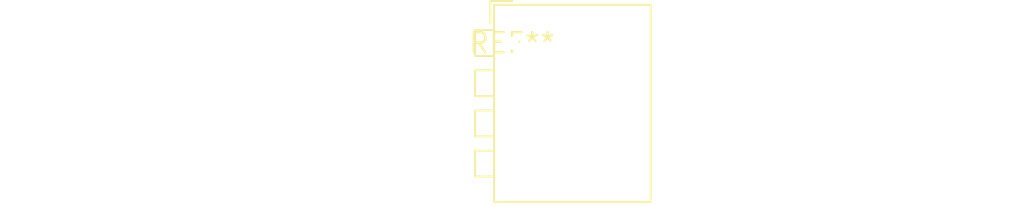
<source format=kicad_pcb>
(kicad_pcb (version 20240108) (generator pcbnew)
  (layers (0 "F.Cu" signal) (31 "B.Cu" signal) (34 "B.Paste" user) (35 "F.Paste" user) (36 "B.SilkS" user "B.Silkscreen") (37 "F.SilkS" user "F.Silkscreen") (38 "B.Mask" user) (39 "F.Mask" user) (44 "Edge.Cuts" user))
  (net 0 "")
  (footprint "SW_DIP_SPSTx04_Piano_CTS_Series194-4MSTN_W7.62mm_P2.54mm" (layer "F.Cu") (at 0 0)
    (property "Reference" "REF**")
    (property "Value" "SW_DIP_SPSTx04_Piano_CTS_Series194-4MSTN_W7.62mm_P2.54mm")
    (fp_line (start -2.34 -0.82) (end -2.34 0.82) (layer "F.SilkS") (stroke (width 0.12)))
    (fp_line (start -2.34 -0.82) (end -1.14 -0.82) (layer "F.SilkS") (stroke (width 0.12)))
    (fp_line (start -2.34 0.82) (end -1.14 0.82) (layer "F.SilkS") (stroke (width 0.12)))
    (fp_line (start -2.34 1.72) (end -2.34 3.361) (layer "F.SilkS") (stroke (width 0.12)))
    (fp_line (start -2.34 1.72) (end -1.14 1.72) (layer "F.SilkS") (stroke (width 0.12)))
    (fp_line (start -2.34 3.361) (end -1.14 3.361) (layer "F.SilkS") (stroke (width 0.12)))
    (fp_line (start -2.34 4.261) (end -2.34 5.9) (layer "F.SilkS") (stroke (width 0.12)))
    (fp_line (start -2.34 4.261) (end -1.14 4.261) (layer "F.SilkS") (stroke (width 0.12)))
    (fp_line (start -2.34 5.9) (end -1.14 5.9) (layer "F.SilkS") (stroke (width 0.12)))
    (fp_line (start -2.34 6.801) (end -2.34 8.441) (layer "F.SilkS") (stroke (width 0.12)))
    (fp_line (start -2.34 6.801) (end -1.14 6.801) (layer "F.SilkS") (stroke (width 0.12)))
    (fp_line (start -2.34 8.441) (end -1.14 8.441) (layer "F.SilkS") (stroke (width 0.12)))
    (fp_line (start -1.38 -2.66) (end -1.38 -1.277) (layer "F.SilkS") (stroke (width 0.12)))
    (fp_line (start -1.38 -2.66) (end 0.004 -2.66) (layer "F.SilkS") (stroke (width 0.12)))
    (fp_line (start -1.14 -2.42) (end -1.14 10.04) (layer "F.SilkS") (stroke (width 0.12)))
    (fp_line (start -1.14 -2.42) (end 8.76 -2.42) (layer "F.SilkS") (stroke (width 0.12)))
    (fp_line (start -1.14 -0.82) (end -1.14 0.82) (layer "F.SilkS") (stroke (width 0.12)))
    (fp_line (start -1.14 1.72) (end -1.14 3.361) (layer "F.SilkS") (stroke (width 0.12)))
    (fp_line (start -1.14 4.261) (end -1.14 5.9) (layer "F.SilkS") (stroke (width 0.12)))
    (fp_line (start -1.14 6.801) (end -1.14 8.441) (layer "F.SilkS") (stroke (width 0.12)))
    (fp_line (start -1.14 10.04) (end 8.76 10.04) (layer "F.SilkS") (stroke (width 0.12)))
    (fp_line (start 8.76 -2.42) (end 8.76 10.04) (layer "F.SilkS") (stroke (width 0.12)))
    (pad "1" thru_hole rect (at 0 0) (size 1.6 1.6) (drill 0.8) (layers *.Cu *.Mask) (remove_unused_layers))
    (pad "2" thru_hole oval (at 0 2.54) (size 1.6 1.6) (drill 0.8) (layers *.Cu *.Mask) (remove_unused_layers))
    (pad "3" thru_hole oval (at 0 5.08) (size 1.6 1.6) (drill 0.8) (layers *.Cu *.Mask) (remove_unused_layers))
    (pad "4" thru_hole oval (at 0 7.62) (size 1.6 1.6) (drill 0.8) (layers *.Cu *.Mask) (remove_unused_layers))
    (pad "5" thru_hole oval (at 7.62 7.62) (size 1.6 1.6) (drill 0.8) (layers *.Cu *.Mask) (remove_unused_layers))
    (pad "6" thru_hole oval (at 7.62 5.08) (size 1.6 1.6) (drill 0.8) (layers *.Cu *.Mask) (remove_unused_layers))
    (pad "7" thru_hole oval (at 7.62 2.54) (size 1.6 1.6) (drill 0.8) (layers *.Cu *.Mask) (remove_unused_layers))
    (pad "8" thru_hole oval (at 7.62 0) (size 1.6 1.6) (drill 0.8) (layers *.Cu *.Mask) (remove_unused_layers))
  )
)
</source>
